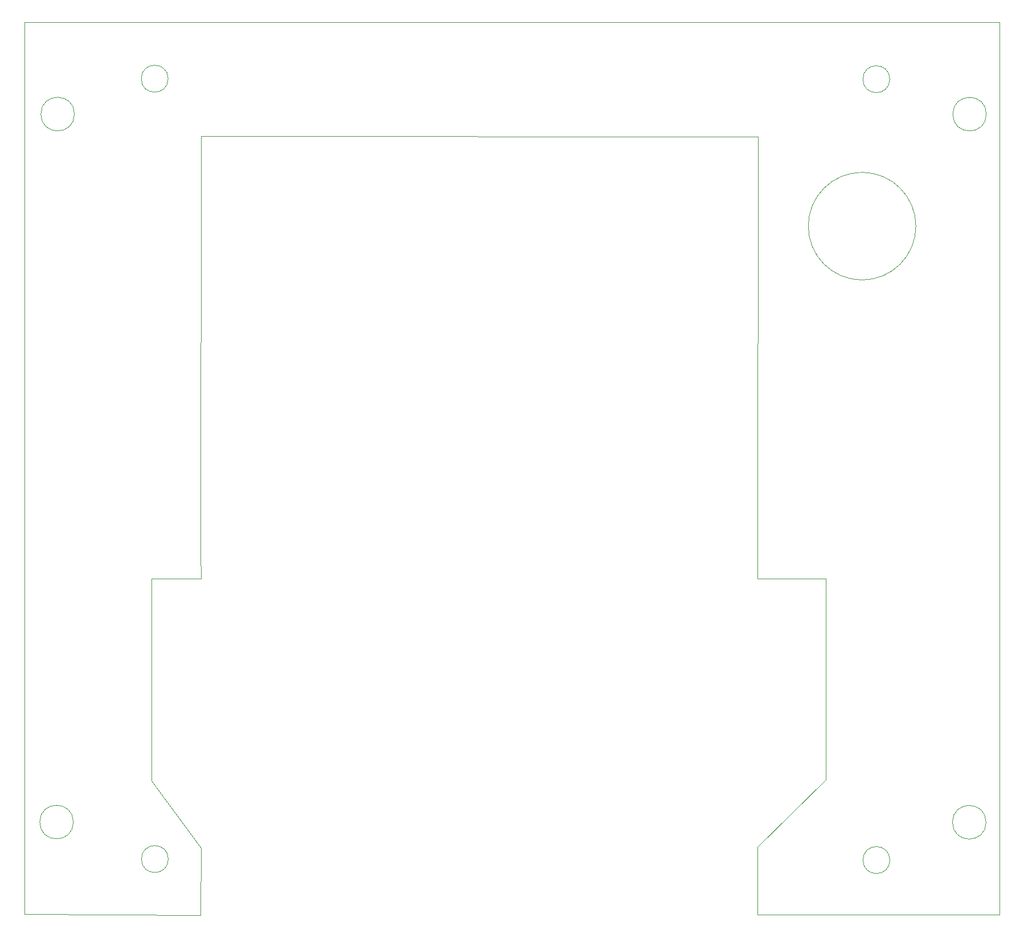
<source format=gbr>
%TF.GenerationSoftware,KiCad,Pcbnew,9.0.3*%
%TF.CreationDate,2025-07-23T06:43:18-06:00*%
%TF.ProjectId,ARC-210-Master-Board,4152432d-3231-4302-9d4d-61737465722d,rev?*%
%TF.SameCoordinates,Original*%
%TF.FileFunction,Profile,NP*%
%FSLAX46Y46*%
G04 Gerber Fmt 4.6, Leading zero omitted, Abs format (unit mm)*
G04 Created by KiCad (PCBNEW 9.0.3) date 2025-07-23 06:43:18*
%MOMM*%
%LPD*%
G01*
G04 APERTURE LIST*
%TA.AperFunction,Profile*%
%ADD10C,0.050000*%
%TD*%
%TA.AperFunction,Profile*%
%ADD11C,0.100000*%
%TD*%
G04 APERTURE END LIST*
D10*
X201450000Y-36345000D02*
G75*
G02*
X197450000Y-36345000I-2000000J0D01*
G01*
X197450000Y-36345000D02*
G75*
G02*
X201450000Y-36345000I2000000J0D01*
G01*
X80240000Y-41530000D02*
G75*
G02*
X75240000Y-41530000I-2500000J0D01*
G01*
X75240000Y-41530000D02*
G75*
G02*
X80240000Y-41530000I2500000J0D01*
G01*
X91665000Y-131870000D02*
X91665000Y-110570000D01*
X91665000Y-140645000D02*
X99027500Y-150658067D01*
X72820000Y-27870000D02*
X72820000Y-160445000D01*
X181815000Y-160570005D02*
X217730000Y-160540000D01*
X181815000Y-160570005D02*
X181815000Y-150482503D01*
D11*
X205330000Y-58190000D02*
G75*
G02*
X189330000Y-58190000I-8000000J0D01*
G01*
X189330000Y-58190000D02*
G75*
G02*
X205330000Y-58190000I8000000J0D01*
G01*
D10*
X215760000Y-146810000D02*
G75*
G02*
X210760000Y-146810000I-2500000J0D01*
G01*
X210760000Y-146810000D02*
G75*
G02*
X215760000Y-146810000I2500000J0D01*
G01*
X99065000Y-44795000D02*
X181865000Y-44870000D01*
X201460000Y-152430000D02*
G75*
G02*
X197460000Y-152430000I-2000000J0D01*
G01*
X197460000Y-152430000D02*
G75*
G02*
X201460000Y-152430000I2000000J0D01*
G01*
X215810000Y-41540000D02*
G75*
G02*
X210810000Y-41540000I-2500000J0D01*
G01*
X210810000Y-41540000D02*
G75*
G02*
X215810000Y-41540000I2500000J0D01*
G01*
X80080000Y-146780000D02*
G75*
G02*
X75080000Y-146780000I-2500000J0D01*
G01*
X75080000Y-146780000D02*
G75*
G02*
X80080000Y-146780000I2500000J0D01*
G01*
X91665000Y-131870000D02*
X91665000Y-140645000D01*
X191965000Y-140470000D02*
X191940000Y-110570000D01*
X94190000Y-152280000D02*
G75*
G02*
X90190000Y-152280000I-2000000J0D01*
G01*
X90190000Y-152280000D02*
G75*
G02*
X94190000Y-152280000I2000000J0D01*
G01*
X72820000Y-160445000D02*
X99015000Y-160671134D01*
X99015000Y-106670000D02*
X99065000Y-44795000D01*
X72820000Y-27870000D02*
X217730000Y-27864986D01*
X191965000Y-140470000D02*
X181815000Y-150482503D01*
X181815000Y-110620000D02*
X181815000Y-106670000D01*
X99077545Y-110570000D02*
X99015000Y-106670000D01*
X99077545Y-110570000D02*
X91665000Y-110570000D01*
X94165000Y-36270000D02*
G75*
G02*
X90165000Y-36270000I-2000000J0D01*
G01*
X90165000Y-36270000D02*
G75*
G02*
X94165000Y-36270000I2000000J0D01*
G01*
X217730000Y-27864986D02*
X217730000Y-160540000D01*
X99015000Y-160671134D02*
X99027500Y-150658067D01*
X181865000Y-44870000D02*
X181815000Y-106670000D01*
X191940000Y-110570000D02*
X181815000Y-110620000D01*
M02*

</source>
